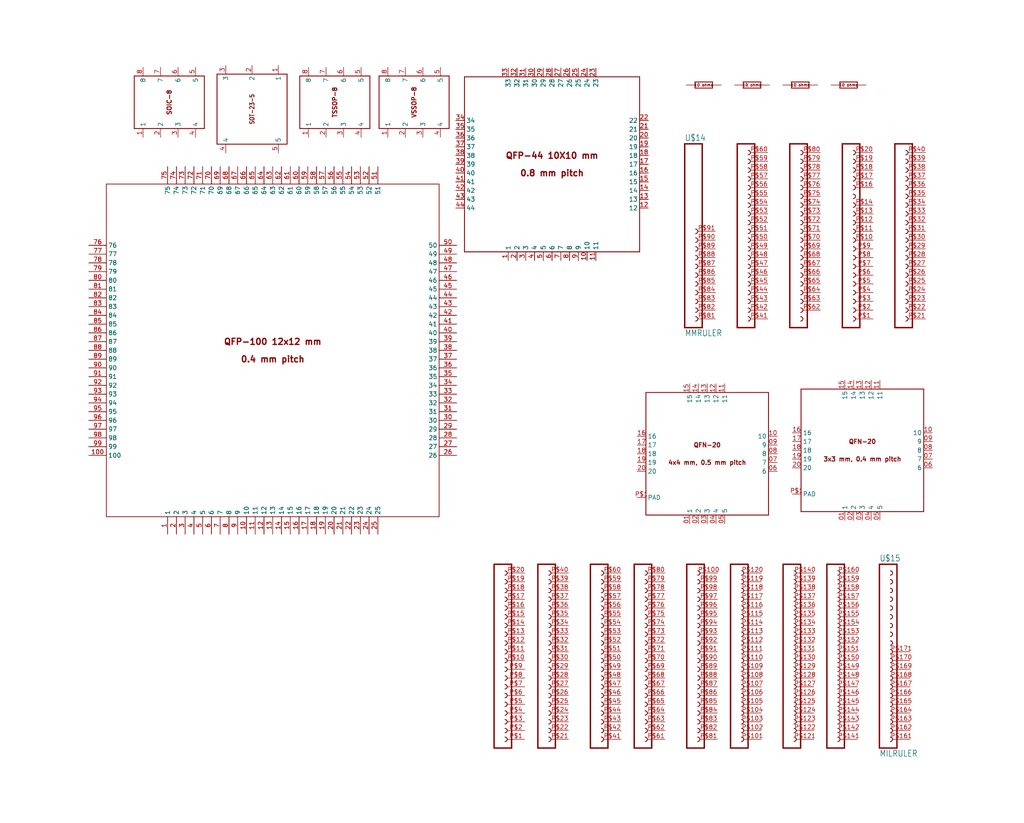
<source format=kicad_sch>
(kicad_sch (version 20211123) (generator eeschema)
  (paper "User" 297.002 238.887)
  (lib_symbols
    (symbol "AMP_Ruler-LT1370_24feb2017-eagle-import:MILRULER"
      (property "Value" "MILRULER" (at 107.95 -27.94 0))
      (symbol "MILRULER_1_0"
        (pin passive line (at 5.08 -22.86 180) (length 5.08) (name "1") (number "P$1"))
        (pin passive line (at 5.08 0 180) (length 5.08) (name "10") (number "P$10"))
        (pin passive line (at 60.96 25.4 180) (length 5.08) (name "100") (number "P$100"))
        (pin passive line (at 73.66 -22.86 180) (length 5.08) (name "101") (number "P$101"))
        (pin passive line (at 73.66 -20.32 180) (length 5.08) (name "102") (number "P$102"))
        (pin passive line (at 73.66 -17.78 180) (length 5.08) (name "103") (number "P$103"))
        (pin passive line (at 73.66 -15.24 180) (length 5.08) (name "104") (number "P$104"))
        (pin passive line (at 73.66 -12.7 180) (length 5.08) (name "105") (number "P$105"))
        (pin passive line (at 73.66 -10.16 180) (length 5.08) (name "106") (number "P$106"))
        (pin passive line (at 73.66 -7.62 180) (length 5.08) (name "107") (number "P$107"))
        (pin passive line (at 73.66 -5.08 180) (length 5.08) (name "108") (number "P$108"))
        (pin passive line (at 73.66 -2.54 180) (length 5.08) (name "109") (number "P$109"))
        (pin passive line (at 5.08 2.54 180) (length 5.08) (name "11") (number "P$11"))
        (pin passive line (at 73.66 0 180) (length 5.08) (name "110") (number "P$110"))
        (pin passive line (at 73.66 2.54 180) (length 5.08) (name "111") (number "P$111"))
        (pin passive line (at 73.66 5.08 180) (length 5.08) (name "112") (number "P$112"))
        (pin passive line (at 73.66 7.62 180) (length 5.08) (name "113") (number "P$113"))
        (pin passive line (at 73.66 10.16 180) (length 5.08) (name "114") (number "P$114"))
        (pin passive line (at 73.66 12.7 180) (length 5.08) (name "115") (number "P$115"))
        (pin passive line (at 73.66 15.24 180) (length 5.08) (name "116") (number "P$116"))
        (pin passive line (at 73.66 17.78 180) (length 5.08) (name "117") (number "P$117"))
        (pin passive line (at 73.66 20.32 180) (length 5.08) (name "118") (number "P$118"))
        (pin passive line (at 73.66 22.86 180) (length 5.08) (name "119") (number "P$119"))
        (pin passive line (at 5.08 5.08 180) (length 5.08) (name "12") (number "P$12"))
        (pin passive line (at 73.66 25.4 180) (length 5.08) (name "120") (number "P$120"))
        (pin passive line (at 88.9 -22.86 180) (length 5.08) (name "121") (number "P$121"))
        (pin passive line (at 88.9 -20.32 180) (length 5.08) (name "122") (number "P$122"))
        (pin passive line (at 88.9 -17.78 180) (length 5.08) (name "123") (number "P$123"))
        (pin passive line (at 88.9 -15.24 180) (length 5.08) (name "124") (number "P$124"))
        (pin passive line (at 88.9 -12.7 180) (length 5.08) (name "125") (number "P$125"))
        (pin passive line (at 88.9 -10.16 180) (length 5.08) (name "126") (number "P$126"))
        (pin passive line (at 88.9 -7.62 180) (length 5.08) (name "127") (number "P$127"))
        (pin passive line (at 88.9 -5.08 180) (length 5.08) (name "128") (number "P$128"))
        (pin passive line (at 88.9 -2.54 180) (length 5.08) (name "129") (number "P$129"))
        (pin passive line (at 5.08 7.62 180) (length 5.08) (name "13") (number "P$13"))
        (pin passive line (at 88.9 0 180) (length 5.08) (name "130") (number "P$130"))
        (pin passive line (at 88.9 2.54 180) (length 5.08) (name "131") (number "P$131"))
        (pin passive line (at 88.9 5.08 180) (length 5.08) (name "132") (number "P$132"))
        (pin passive line (at 88.9 7.62 180) (length 5.08) (name "133") (number "P$133"))
        (pin passive line (at 88.9 10.16 180) (length 5.08) (name "134") (number "P$134"))
        (pin passive line (at 88.9 12.7 180) (length 5.08) (name "135") (number "P$135"))
        (pin passive line (at 88.9 15.24 180) (length 5.08) (name "136") (number "P$136"))
        (pin passive line (at 88.9 17.78 180) (length 5.08) (name "137") (number "P$137"))
        (pin passive line (at 88.9 20.32 180) (length 5.08) (name "138") (number "P$138"))
        (pin passive line (at 88.9 22.86 180) (length 5.08) (name "139") (number "P$139"))
        (pin passive line (at 5.08 10.16 180) (length 5.08) (name "14") (number "P$14"))
        (pin passive line (at 88.9 25.4 180) (length 5.08) (name "140") (number "P$140"))
        (pin passive line (at 101.6 -22.86 180) (length 5.08) (name "141") (number "P$141"))
        (pin passive line (at 101.6 -20.32 180) (length 5.08) (name "142") (number "P$142"))
        (pin passive line (at 101.6 -17.78 180) (length 5.08) (name "143") (number "P$143"))
        (pin passive line (at 101.6 -15.24 180) (length 5.08) (name "144") (number "P$144"))
        (pin passive line (at 101.6 -12.7 180) (length 5.08) (name "145") (number "P$145"))
        (pin passive line (at 101.6 -10.16 180) (length 5.08) (name "146") (number "P$146"))
        (pin passive line (at 101.6 -7.62 180) (length 5.08) (name "147") (number "P$147"))
        (pin passive line (at 101.6 -5.08 180) (length 5.08) (name "148") (number "P$148"))
        (pin passive line (at 101.6 -2.54 180) (length 5.08) (name "149") (number "P$149"))
        (pin passive line (at 5.08 12.7 180) (length 5.08) (name "15") (number "P$15"))
        (pin passive line (at 101.6 0 180) (length 5.08) (name "150") (number "P$150"))
        (pin passive line (at 101.6 2.54 180) (length 5.08) (name "151") (number "P$151"))
        (pin passive line (at 101.6 5.08 180) (length 5.08) (name "152") (number "P$152"))
        (pin passive line (at 101.6 7.62 180) (length 5.08) (name "153") (number "P$153"))
        (pin passive line (at 101.6 10.16 180) (length 5.08) (name "154") (number "P$154"))
        (pin passive line (at 101.6 12.7 180) (length 5.08) (name "155") (number "P$155"))
        (pin passive line (at 101.6 15.24 180) (length 5.08) (name "156") (number "P$156"))
        (pin passive line (at 101.6 17.78 180) (length 5.08) (name "157") (number "P$157"))
        (pin passive line (at 101.6 20.32 180) (length 5.08) (name "158") (number "P$158"))
        (pin passive line (at 101.6 22.86 180) (length 5.08) (name "159") (number "P$159"))
        (pin passive line (at 5.08 15.24 180) (length 5.08) (name "16") (number "P$16"))
        (pin passive line (at 101.6 25.4 180) (length 5.08) (name "160") (number "P$160"))
        (pin passive line (at 116.84 -22.86 180) (length 5.08) (name "161") (number "P$161"))
        (pin passive line (at 116.84 -20.32 180) (length 5.08) (name "162") (number "P$162"))
        (pin passive line (at 116.84 -17.78 180) (length 5.08) (name "163") (number "P$163"))
        (pin passive line (at 116.84 -15.24 180) (length 5.08) (name "164") (number "P$164"))
        (pin passive line (at 116.84 -12.7 180) (length 5.08) (name "165") (number "P$165"))
        (pin passive line (at 116.84 -10.16 180) (length 5.08) (name "166") (number "P$166"))
        (pin passive line (at 116.84 -7.62 180) (length 5.08) (name "167") (number "P$167"))
        (pin passive line (at 116.84 -5.08 180) (length 5.08) (name "168") (number "P$168"))
        (pin passive line (at 116.84 -2.54 180) (length 5.08) (name "169") (number "P$169"))
        (pin passive line (at 5.08 17.78 180) (length 5.08) (name "17") (number "P$17"))
        (pin passive line (at 116.84 0 180) (length 5.08) (name "170") (number "P$170"))
        (pin passive line (at 116.84 2.54 180) (length 5.08) (name "171") (number "P$171"))
        (pin passive line (at 5.08 20.32 180) (length 5.08) (name "18") (number "P$18"))
        (pin passive line (at 5.08 22.86 180) (length 5.08) (name "19") (number "P$19"))
        (pin passive line (at 5.08 -20.32 180) (length 5.08) (name "2") (number "P$2"))
        (pin passive line (at 5.08 25.4 180) (length 5.08) (name "20") (number "P$20"))
        (pin passive line (at 17.78 -22.86 180) (length 5.08) (name "21") (number "P$21"))
        (pin passive line (at 17.78 -20.32 180) (length 5.08) (name "22") (number "P$22"))
        (pin passive line (at 17.78 -17.78 180) (length 5.08) (name "23") (number "P$23"))
        (pin passive line (at 17.78 -15.24 180) (length 5.08) (name "24") (number "P$24"))
        (pin passive line (at 17.78 -12.7 180) (length 5.08) (name "25") (number "P$25"))
        (pin passive line (at 17.78 -10.16 180) (length 5.08) (name "26") (number "P$26"))
        (pin passive line (at 17.78 -7.62 180) (length 5.08) (name "27") (number "P$27"))
        (pin passive line (at 17.78 -5.08 180) (length 5.08) (name "28") (number "P$28"))
        (pin passive line (at 17.78 -2.54 180) (length 5.08) (name "29") (number "P$29"))
        (pin passive line (at 5.08 -17.78 180) (length 5.08) (name "3") (number "P$3"))
        (pin passive line (at 17.78 0 180) (length 5.08) (name "30") (number "P$30"))
        (pin passive line (at 17.78 2.54 180) (length 5.08) (name "31") (number "P$31"))
        (pin passive line (at 17.78 5.08 180) (length 5.08) (name "32") (number "P$32"))
        (pin passive line (at 17.78 7.62 180) (length 5.08) (name "33") (number "P$33"))
        (pin passive line (at 17.78 10.16 180) (length 5.08) (name "34") (number "P$34"))
        (pin passive line (at 17.78 12.7 180) (length 5.08) (name "35") (number "P$35"))
        (pin passive line (at 17.78 15.24 180) (length 5.08) (name "36") (number "P$36"))
        (pin passive line (at 17.78 17.78 180) (length 5.08) (name "37") (number "P$37"))
        (pin passive line (at 17.78 20.32 180) (length 5.08) (name "38") (number "P$38"))
        (pin passive line (at 17.78 22.86 180) (length 5.08) (name "39") (number "P$39"))
        (pin passive line (at 5.08 -15.24 180) (length 5.08) (name "4") (number "P$4"))
        (pin passive line (at 17.78 25.4 180) (length 5.08) (name "40") (number "P$40"))
        (pin passive line (at 33.02 -22.86 180) (length 5.08) (name "41") (number "P$41"))
        (pin passive line (at 33.02 -20.32 180) (length 5.08) (name "42") (number "P$42"))
        (pin passive line (at 33.02 -17.78 180) (length 5.08) (name "43") (number "P$43"))
        (pin passive line (at 33.02 -15.24 180) (length 5.08) (name "44") (number "P$44"))
        (pin passive line (at 33.02 -12.7 180) (length 5.08) (name "45") (number "P$45"))
        (pin passive line (at 33.02 -10.16 180) (length 5.08) (name "46") (number "P$46"))
        (pin passive line (at 33.02 -7.62 180) (length 5.08) (name "47") (number "P$47"))
        (pin passive line (at 33.02 -5.08 180) (length 5.08) (name "48") (number "P$48"))
        (pin passive line (at 33.02 -2.54 180) (length 5.08) (name "49") (number "P$49"))
        (pin passive line (at 5.08 -12.7 180) (length 5.08) (name "5") (number "P$5"))
        (pin passive line (at 33.02 0 180) (length 5.08) (name "50") (number "P$50"))
        (pin passive line (at 33.02 2.54 180) (length 5.08) (name "51") (number "P$51"))
        (pin passive line (at 33.02 5.08 180) (length 5.08) (name "52") (number "P$52"))
        (pin passive line (at 33.02 7.62 180) (length 5.08) (name "53") (number "P$53"))
        (pin passive line (at 33.02 10.16 180) (length 5.08) (name "54") (number "P$54"))
        (pin passive line (at 33.02 12.7 180) (length 5.08) (name "55") (number "P$55"))
        (pin passive line (at 33.02 15.24 180) (length 5.08) (name "56") (number "P$56"))
        (pin passive line (at 33.02 17.78 180) (length 5.08) (name "57") (number "P$57"))
        (pin passive line (at 33.02 20.32 180) (length 5.08) (name "58") (number "P$58"))
        (pin passive line (at 33.02 22.86 180) (length 5.08) (name "59") (number "P$59"))
        (pin passive line (at 5.08 -10.16 180) (length 5.08) (name "6") (number "P$6"))
        (pin passive line (at 33.02 25.4 180) (length 5.08) (name "60") (number "P$60"))
        (pin passive line (at 45.72 -22.86 180) (length 5.08) (name "61") (number "P$61"))
        (pin passive line (at 45.72 -20.32 180) (length 5.08) (name "62") (number "P$62"))
        (pin passive line (at 45.72 -17.78 180) (length 5.08) (name "63") (number "P$63"))
        (pin passive line (at 45.72 -15.24 180) (length 5.08) (name "64") (number "P$64"))
        (pin passive line (at 45.72 -12.7 180) (length 5.08) (name "65") (number "P$65"))
        (pin passive line (at 45.72 -10.16 180) (length 5.08) (name "66") (number "P$66"))
        (pin passive line (at 45.72 -7.62 180) (length 5.08) (name "67") (number "P$67"))
        (pin passive line (at 45.72 -5.08 180) (length 5.08) (name "68") (number "P$68"))
        (pin passive line (at 45.72 -2.54 180) (length 5.08) (name "69") (number "P$69"))
        (pin passive line (at 5.08 -7.62 180) (length 5.08) (name "7") (number "P$7"))
        (pin passive line (at 45.72 0 180) (length 5.08) (name "70") (number "P$70"))
        (pin passive line (at 45.72 2.54 180) (length 5.08) (name "71") (number "P$71"))
        (pin passive line (at 45.72 5.08 180) (length 5.08) (name "72") (number "P$72"))
        (pin passive line (at 45.72 7.62 180) (length 5.08) (name "73") (number "P$73"))
        (pin passive line (at 45.72 10.16 180) (length 5.08) (name "74") (number "P$74"))
        (pin passive line (at 45.72 12.7 180) (length 5.08) (name "75") (number "P$75"))
        (pin passive line (at 45.72 15.24 180) (length 5.08) (name "76") (number "P$76"))
        (pin passive line (at 45.72 17.78 180) (length 5.08) (name "77") (number "P$77"))
        (pin passive line (at 45.72 20.32 180) (length 5.08) (name "78") (number "P$78"))
        (pin passive line (at 45.72 22.86 180) (length 5.08) (name "79") (number "P$79"))
        (pin passive line (at 5.08 -5.08 180) (length 5.08) (name "8") (number "P$8"))
        (pin passive line (at 45.72 25.4 180) (length 5.08) (name "80") (number "P$80"))
        (pin passive line (at 60.96 -22.86 180) (length 5.08) (name "81") (number "P$81"))
        (pin passive line (at 60.96 -20.32 180) (length 5.08) (name "82") (number "P$82"))
        (pin passive line (at 60.96 -17.78 180) (length 5.08) (name "83") (number "P$83"))
        (pin passive line (at 60.96 -15.24 180) (length 5.08) (name "84") (number "P$84"))
        (pin passive line (at 60.96 -12.7 180) (length 5.08) (name "85") (number "P$85"))
        (pin passive line (at 60.96 -10.16 180) (length 5.08) (name "86") (number "P$86"))
        (pin passive line (at 60.96 -7.62 180) (length 5.08) (name "87") (number "P$87"))
        (pin passive line (at 60.96 -5.08 180) (length 5.08) (name "88") (number "P$88"))
        (pin passive line (at 60.96 -2.54 180) (length 5.08) (name "89") (number "P$89"))
        (pin passive line (at 5.08 -2.54 180) (length 5.08) (name "9") (number "P$9"))
        (pin passive line (at 60.96 0 180) (length 5.08) (name "90") (number "P$90"))
        (pin passive line (at 60.96 2.54 180) (length 5.08) (name "91") (number "P$91"))
        (pin passive line (at 60.96 5.08 180) (length 5.08) (name "92") (number "P$92"))
        (pin passive line (at 60.96 7.62 180) (length 5.08) (name "93") (number "P$93"))
        (pin passive line (at 60.96 10.16 180) (length 5.08) (name "94") (number "P$94"))
        (pin passive line (at 60.96 12.7 180) (length 5.08) (name "95") (number "P$95"))
        (pin passive line (at 60.96 15.24 180) (length 5.08) (name "96") (number "P$96"))
        (pin passive line (at 60.96 17.78 180) (length 5.08) (name "97") (number "P$97"))
        (pin passive line (at 60.96 20.32 180) (length 5.08) (name "98") (number "P$98"))
        (pin passive line (at 60.96 22.86 180) (length 5.08) (name "99") (number "P$99"))
      )
    )
    (symbol "AMP_Ruler-LT1370_24feb2017-eagle-import:MMRULER"
      (property "Value" "MMRULER" (at -49.53 -27.94 0))
      (symbol "MMRULER_1_0"
        (pin passive line (at 5.08 -22.86 180) (length 5.08) (name "1") (number "P$1"))
        (pin passive line (at 5.08 0 180) (length 5.08) (name "10") (number "P$10"))
        (pin passive line (at 5.08 2.54 180) (length 5.08) (name "11") (number "P$11"))
        (pin passive line (at 5.08 5.08 180) (length 5.08) (name "12") (number "P$12"))
        (pin passive line (at 5.08 7.62 180) (length 5.08) (name "13") (number "P$13"))
        (pin passive line (at 5.08 10.16 180) (length 5.08) (name "14") (number "P$14"))
        (pin passive line (at 5.08 15.24 180) (length 5.08) (name "16") (number "P$16"))
        (pin passive line (at 5.08 17.78 180) (length 5.08) (name "17") (number "P$17"))
        (pin passive line (at 5.08 20.32 180) (length 5.08) (name "18") (number "P$18"))
        (pin passive line (at 5.08 22.86 180) (length 5.08) (name "19") (number "P$19"))
        (pin passive line (at 5.08 -20.32 180) (length 5.08) (name "2") (number "P$2"))
        (pin passive line (at 5.08 25.4 180) (length 5.08) (name "20") (number "P$20"))
        (pin passive line (at 20.32 -22.86 180) (length 5.08) (name "21") (number "P$21"))
        (pin passive line (at 20.32 -20.32 180) (length 5.08) (name "22") (number "P$22"))
        (pin passive line (at 20.32 -17.78 180) (length 5.08) (name "23") (number "P$23"))
        (pin passive line (at 20.32 -15.24 180) (length 5.08) (name "24") (number "P$24"))
        (pin passive line (at 20.32 -12.7 180) (length 5.08) (name "25") (number "P$25"))
        (pin passive line (at 20.32 -10.16 180) (length 5.08) (name "26") (number "P$26"))
        (pin passive line (at 20.32 -7.62 180) (length 5.08) (name "27") (number "P$27"))
        (pin passive line (at 20.32 -5.08 180) (length 5.08) (name "28") (number "P$28"))
        (pin passive line (at 20.32 -2.54 180) (length 5.08) (name "29") (number "P$29"))
        (pin passive line (at 5.08 -17.78 180) (length 5.08) (name "3") (number "P$3"))
        (pin passive line (at 20.32 0 180) (length 5.08) (name "30") (number "P$30"))
        (pin passive line (at 20.32 2.54 180) (length 5.08) (name "31") (number "P$31"))
        (pin passive line (at 20.32 5.08 180) (length 5.08) (name "32") (number "P$32"))
        (pin passive line (at 20.32 7.62 180) (length 5.08) (name "33") (number "P$33"))
        (pin passive line (at 20.32 10.16 180) (length 5.08) (name "34") (number "P$34"))
        (pin passive line (at 20.32 12.7 180) (length 5.08) (name "35") (number "P$35"))
        (pin passive line (at 20.32 15.24 180) (length 5.08) (name "36") (number "P$36"))
        (pin passive line (at 20.32 17.78 180) (length 5.08) (name "37") (number "P$37"))
        (pin passive line (at 20.32 20.32 180) (length 5.08) (name "38") (number "P$38"))
        (pin passive line (at 20.32 22.86 180) (length 5.08) (name "39") (number "P$39"))
        (pin passive line (at 5.08 -15.24 180) (length 5.08) (name "4") (number "P$4"))
        (pin passive line (at 20.32 25.4 180) (length 5.08) (name "40") (number "P$40"))
        (pin passive line (at -25.4 -22.86 180) (length 5.08) (name "41") (number "P$41"))
        (pin passive line (at -25.4 -20.32 180) (length 5.08) (name "42") (number "P$42"))
        (pin passive line (at -25.4 -17.78 180) (length 5.08) (name "43") (number "P$43"))
        (pin passive line (at -25.4 -15.24 180) (length 5.08) (name "44") (number "P$44"))
        (pin passive line (at -25.4 -12.7 180) (length 5.08) (name "45") (number "P$45"))
        (pin passive line (at -25.4 -10.16 180) (length 5.08) (name "46") (number "P$46"))
        (pin passive line (at -25.4 -7.62 180) (length 5.08) (name "47") (number "P$47"))
        (pin passive line (at -25.4 -5.08 180) (length 5.08) (name "48") (number "P$48"))
        (pin passive line (at -25.4 -2.54 180) (length 5.08) (name "49") (number "P$49"))
        (pin passive line (at 5.08 -12.7 180) (length 5.08) (name "5") (number "P$5"))
        (pin passive line (at -25.4 0 180) (length 5.08) (name "50") (number "P$50"))
        (pin passive line (at -25.4 2.54 180) (length 5.08) (name "51") (number "P$51"))
        (pin passive line (at -25.4 5.08 180) (length 5.08) (name "52") (number "P$52"))
        (pin passive line (at -25.4 7.62 180) (length 5.08) (name "53") (number "P$53"))
        (pin passive line (at -25.4 10.16 180) (length 5.08) (name "54") (number "P$54"))
        (pin passive line (at -25.4 12.7 180) (length 5.08) (name "55") (number "P$55"))
        (pin passive line (at -25.4 15.24 180) (length 5.08) (name "56") (number "P$56"))
        (pin passive line (at -25.4 17.78 180) (length 5.08) (name "57") (number "P$57"))
        (pin passive line (at -25.4 20.32 180) (length 5.08) (name "58") (number "P$58"))
        (pin passive line (at -25.4 22.86 180) (length 5.08) (name "59") (number "P$59"))
        (pin passive line (at 5.08 -10.16 180) (length 5.08) (name "6") (number "P$6"))
        (pin passive line (at -25.4 25.4 180) (length 5.08) (name "60") (number "P$60"))
        (pin passive line (at -10.16 -20.32 180) (length 5.08) (name "62") (number "P$62"))
        (pin passive line (at -10.16 -17.78 180) (length 5.08) (name "63") (number "P$63"))
        (pin passive line (at -10.16 -15.24 180) (length 5.08) (name "64") (number "P$64"))
        (pin passive line (at -10.16 -12.7 180) (length 5.08) (name "65") (number "P$65"))
        (pin passive line (at -10.16 -10.16 180) (length 5.08) (name "66") (number "P$66"))
        (pin passive line (at -10.16 -7.62 180) (length 5.08) (name "67") (number "P$67"))
        (pin passive line (at -10.16 -5.08 180) (length 5.08) (name "68") (number "P$68"))
        (pin passive line (at -10.16 -2.54 180) (length 5.08) (name "69") (number "P$69"))
        (pin passive line (at 5.08 -7.62 180) (length 5.08) (name "7") (number "P$7"))
        (pin passive line (at -10.16 0 180) (length 5.08) (name "70") (number "P$70"))
        (pin passive line (at -10.16 2.54 180) (length 5.08) (name "71") (number "P$71"))
        (pin passive line (at -10.16 5.08 180) (length 5.08) (name "72") (number "P$72"))
        (pin passive line (at -10.16 7.62 180) (length 5.08) (name "73") (number "P$73"))
        (pin passive line (at -10.16 10.16 180) (length 5.08) (name "74") (number "P$74"))
        (pin passive line (at -10.16 12.7 180) (length 5.08) (name "75") (number "P$75"))
        (pin passive line (at -10.16 15.24 180) (length 5.08) (name "76") (number "P$76"))
        (pin passive line (at -10.16 17.78 180) (length 5.08) (name "77") (number "P$77"))
        (pin passive line (at -10.16 20.32 180) (length 5.08) (name "78") (number "P$78"))
        (pin passive line (at -10.16 22.86 180) (length 5.08) (name "79") (number "P$79"))
        (pin passive line (at 5.08 -5.08 180) (length 5.08) (name "8") (number "P$8"))
        (pin passive line (at -10.16 25.4 180) (length 5.08) (name "80") (number "P$80"))
        (pin passive line (at -40.64 -22.86 180) (length 5.08) (name "81") (number "P$81"))
        (pin passive line (at -40.64 -20.32 180) (length 5.08) (name "82") (number "P$82"))
        (pin passive line (at -40.64 -17.78 180) (length 5.08) (name "83") (number "P$83"))
        (pin passive line (at -40.64 -15.24 180) (length 5.08) (name "84") (number "P$84"))
        (pin passive line (at -40.64 -12.7 180) (length 5.08) (name "85") (number "P$85"))
        (pin passive line (at -40.64 -10.16 180) (length 5.08) (name "86") (number "P$86"))
        (pin passive line (at -40.64 -7.62 180) (length 5.08) (name "87") (number "P$87"))
        (pin passive line (at -40.64 -5.08 180) (length 5.08) (name "88") (number "P$88"))
        (pin passive line (at -40.64 -2.54 180) (length 5.08) (name "89") (number "P$89"))
        (pin passive line (at 5.08 -2.54 180) (length 5.08) (name "9") (number "P$9"))
        (pin passive line (at -40.64 0 180) (length 5.08) (name "90") (number "P$90"))
        (pin passive line (at -40.64 2.54 180) (length 5.08) (name "91") (number "P$91"))
      )
    )
    (symbol "AMP_Ruler-LT1370_24feb2017-eagle-import:QFN-20-3X3"
      (symbol "QFN-20-3X3_1_0"
        (text "3x3 mm, 0.4 mm pitch" (at 0 -2.54 0) (effects (font (size 1.27 1.27) (thickness 0.254) bold)))
        (text "QFN-20" (at 0 2.54 0) (effects (font (size 1.27 1.27) (thickness 0.254) bold)))
        (pin bidirectional line (at -5.08 -20.32 90) (length 2.54) (name "1") (number "01"))
        (pin bidirectional line (at -2.54 -20.32 90) (length 2.54) (name "2") (number "02"))
        (pin bidirectional line (at 0 -20.32 90) (length 2.54) (name "3") (number "03"))
        (pin bidirectional line (at 2.54 -20.32 90) (length 2.54) (name "4") (number "04"))
        (pin bidirectional line (at 5.08 -20.32 90) (length 2.54) (name "5") (number "05"))
        (pin bidirectional line (at 20.32 -5.08 180) (length 2.54) (name "6") (number "06"))
        (pin bidirectional line (at 20.32 -2.54 180) (length 2.54) (name "7") (number "07"))
        (pin bidirectional line (at 20.32 0 180) (length 2.54) (name "8") (number "08"))
        (pin bidirectional line (at 20.32 2.54 180) (length 2.54) (name "9") (number "09"))
        (pin bidirectional line (at 20.32 5.08 180) (length 2.54) (name "10") (number "10"))
        (pin bidirectional line (at 5.08 20.32 270) (length 2.54) (name "11") (number "11"))
        (pin bidirectional line (at 2.54 20.32 270) (length 2.54) (name "12") (number "12"))
        (pin bidirectional line (at 0 20.32 270) (length 2.54) (name "13") (number "13"))
        (pin bidirectional line (at -2.54 20.32 270) (length 2.54) (name "14") (number "14"))
        (pin bidirectional line (at -5.08 20.32 270) (length 2.54) (name "15") (number "15"))
        (pin bidirectional line (at -20.32 5.08 0) (length 2.54) (name "16") (number "16"))
        (pin bidirectional line (at -20.32 2.54 0) (length 2.54) (name "17") (number "17"))
        (pin input line (at -20.32 0 0) (length 2.54) (name "18") (number "18"))
        (pin input line (at -20.32 -2.54 0) (length 2.54) (name "19") (number "19"))
        (pin input line (at -20.32 -5.08 0) (length 2.54) (name "20") (number "20"))
        (pin bidirectional line (at -20.32 -12.7 0) (length 2.54) (name "PAD") (number "P$1"))
      )
    )
    (symbol "AMP_Ruler-LT1370_24feb2017-eagle-import:QFN-20-4X4"
      (symbol "QFN-20-4X4_1_0"
        (text "4x4 mm, 0.5 mm pitch" (at 0 -2.54 0) (effects (font (size 1.27 1.27) (thickness 0.254) bold)))
        (text "QFN-20" (at 0 2.54 0) (effects (font (size 1.27 1.27) (thickness 0.254) bold)))
        (pin bidirectional line (at -5.08 -20.32 90) (length 2.54) (name "1") (number "01"))
        (pin bidirectional line (at -2.54 -20.32 90) (length 2.54) (name "2") (number "02"))
        (pin bidirectional line (at 0 -20.32 90) (length 2.54) (name "3") (number "03"))
        (pin bidirectional line (at 2.54 -20.32 90) (length 2.54) (name "4") (number "04"))
        (pin bidirectional line (at 5.08 -20.32 90) (length 2.54) (name "5") (number "05"))
        (pin bidirectional line (at 20.32 -5.08 180) (length 2.54) (name "6") (number "06"))
        (pin bidirectional line (at 20.32 -2.54 180) (length 2.54) (name "7") (number "07"))
        (pin bidirectional line (at 20.32 0 180) (length 2.54) (name "8") (number "08"))
        (pin bidirectional line (at 20.32 2.54 180) (length 2.54) (name "9") (number "09"))
        (pin bidirectional line (at 20.32 5.08 180) (length 2.54) (name "10") (number "10"))
        (pin bidirectional line (at 5.08 20.32 270) (length 2.54) (name "11") (number "11"))
        (pin bidirectional line (at 2.54 20.32 270) (length 2.54) (name "12") (number "12"))
        (pin bidirectional line (at 0 20.32 270) (length 2.54) (name "13") (number "13"))
        (pin bidirectional line (at -2.54 20.32 270) (length 2.54) (name "14") (number "14"))
        (pin bidirectional line (at -5.08 20.32 270) (length 2.54) (name "15") (number "15"))
        (pin bidirectional line (at -20.32 5.08 0) (length 2.54) (name "16") (number "16"))
        (pin bidirectional line (at -20.32 2.54 0) (length 2.54) (name "17") (number "17"))
        (pin input line (at -20.32 0 0) (length 2.54) (name "18") (number "18"))
        (pin input line (at -20.32 -2.54 0) (length 2.54) (name "19") (number "19"))
        (pin input line (at -20.32 -5.08 0) (length 2.54) (name "20") (number "20"))
        (pin bidirectional line (at -20.32 -12.7 0) (length 2.54) (name "PAD") (number "P$1"))
      )
    )
    (symbol "AMP_Ruler-LT1370_24feb2017-eagle-import:QFP-100-12X12"
      (symbol "QFP-100-12X12_1_0"
        (text "0.4 mm pitch" (at 0 -2.54 0) (effects (font (size 1.778 1.778) (thickness 0.3556) bold)))
        (text "QFP-100 12x12 mm" (at 0 2.54 0) (effects (font (size 1.778 1.778) (thickness 0.3556) bold)))
        (pin bidirectional line (at -30.48 -53.34 90) (length 5.08) (name "1") (number "1"))
        (pin bidirectional line (at -7.62 -53.34 90) (length 5.08) (name "10") (number "10"))
        (pin bidirectional line (at -53.34 -30.48 0) (length 5.08) (name "100") (number "100"))
        (pin bidirectional line (at -5.08 -53.34 90) (length 5.08) (name "11") (number "11"))
        (pin bidirectional line (at -2.54 -53.34 90) (length 5.08) (name "12") (number "12"))
        (pin bidirectional line (at 0 -53.34 90) (length 5.08) (name "13") (number "13"))
        (pin bidirectional line (at 2.54 -53.34 90) (length 5.08) (name "14") (number "14"))
        (pin bidirectional line (at 5.08 -53.34 90) (length 5.08) (name "15") (number "15"))
        (pin bidirectional line (at 7.62 -53.34 90) (length 5.08) (name "16") (number "16"))
        (pin bidirectional line (at 10.16 -53.34 90) (length 5.08) (name "17") (number "17"))
        (pin bidirectional line (at 12.7 -53.34 90) (length 5.08) (name "18") (number "18"))
        (pin bidirectional line (at 15.24 -53.34 90) (length 5.08) (name "19") (number "19"))
        (pin bidirectional line (at -27.94 -53.34 90) (length 5.08) (name "2") (number "2"))
        (pin bidirectional line (at 17.78 -53.34 90) (length 5.08) (name "20") (number "20"))
        (pin bidirectional line (at 20.32 -53.34 90) (length 5.08) (name "21") (number "21"))
        (pin bidirectional line (at 22.86 -53.34 90) (length 5.08) (name "22") (number "22"))
        (pin bidirectional line (at 25.4 -53.34 90) (length 5.08) (name "23") (number "23"))
        (pin bidirectional line (at 27.94 -53.34 90) (length 5.08) (name "24") (number "24"))
        (pin bidirectional line (at 30.48 -53.34 90) (length 5.08) (name "25") (number "25"))
        (pin bidirectional line (at 53.34 -30.48 180) (length 5.08) (name "26") (number "26"))
        (pin bidirectional line (at 53.34 -27.94 180) (length 5.08) (name "27") (number "27"))
        (pin bidirectional line (at 53.34 -25.4 180) (length 5.08) (name "28") (number "28"))
        (pin bidirectional line (at 53.34 -22.86 180) (length 5.08) (name "29") (number "29"))
        (pin bidirectional line (at -25.4 -53.34 90) (length 5.08) (name "3") (number "3"))
        (pin bidirectional line (at 53.34 -20.32 180) (length 5.08) (name "30") (number "30"))
        (pin bidirectional line (at 53.34 -17.78 180) (length 5.08) (name "31") (number "31"))
        (pin bidirectional line (at 53.34 -15.24 180) (length 5.08) (name "32") (number "32"))
        (pin bidirectional line (at 53.34 -12.7 180) (length 5.08) (name "33") (number "33"))
        (pin bidirectional line (at 53.34 -10.16 180) (length 5.08) (name "34") (number "34"))
        (pin bidirectional line (at 53.34 -7.62 180) (length 5.08) (name "35") (number "35"))
        (pin bidirectional line (at 53.34 -5.08 180) (length 5.08) (name "36") (number "36"))
        (pin bidirectional line (at 53.34 -2.54 180) (length 5.08) (name "37") (number "37"))
        (pin bidirectional line (at 53.34 0 180) (length 5.08) (name "38") (number "38"))
        (pin bidirectional line (at 53.34 2.54 180) (length 5.08) (name "39") (number "39"))
        (pin bidirectional line (at -22.86 -53.34 90) (length 5.08) (name "4") (number "4"))
        (pin bidirectional line (at 53.34 5.08 180) (length 5.08) (name "40") (number "40"))
        (pin bidirectional line (at 53.34 7.62 180) (length 5.08) (name "41") (number "41"))
        (pin bidirectional line (at 53.34 10.16 180) (length 5.08) (name "42") (number "42"))
        (pin bidirectional line (at 53.34 12.7 180) (length 5.08) (name "43") (number "43"))
        (pin bidirectional line (at 53.34 15.24 180) (length 5.08) (name "44") (number "44"))
        (pin bidirectional line (at 53.34 17.78 180) (length 5.08) (name "45") (number "45"))
        (pin bidirectional line (at 53.34 20.32 180) (length 5.08) (name "46") (number "46"))
        (pin bidirectional line (at 53.34 22.86 180) (length 5.08) (name "47") (number "47"))
        (pin bidirectional line (at 53.34 25.4 180) (length 5.08) (name "48") (number "48"))
        (pin bidirectional line (at 53.34 27.94 180) (length 5.08) (name "49") (number "49"))
        (pin bidirectional line (at -20.32 -53.34 90) (length 5.08) (name "5") (number "5"))
        (pin bidirectional line (at 53.34 30.48 180) (length 5.08) (name "50") (number "50"))
        (pin bidirectional line (at 30.48 53.34 270) (length 5.08) (name "51") (number "51"))
        (pin bidirectional line (at 27.94 53.34 270) (length 5.08) (name "52") (number "52"))
        (pin bidirectional line (at 25.4 53.34 270) (length 5.08) (name "53") (number "53"))
        (pin bidirectional line (at 22.86 53.34 270) (length 5.08) (name "54") (number "54"))
        (pin bidirectional line (at 20.32 53.34 270) (length 5.08) (name "55") (number "55"))
        (pin bidirectional line (at 17.78 53.34 270) (length 5.08) (name "56") (number "56"))
        (pin bidirectional line (at 15.24 53.34 270) (length 5.08) (name "57") (number "57"))
        (pin bidirectional line (at 12.7 53.34 270) (length 5.08) (name "58") (number "58"))
        (pin bidirectional line (at 10.16 53.34 270) (length 5.08) (name "59") (number "59"))
        (pin bidirectional line (at -17.78 -53.34 90) (length 5.08) (name "6") (number "6"))
        (pin bidirectional line (at 7.62 53.34 270) (length 5.08) (name "60") (number "60"))
        (pin bidirectional line (at 5.08 53.34 270) (length 5.08) (name "61") (number "61"))
        (pin bidirectional line (at 2.54 53.34 270) (length 5.08) (name "62") (number "62"))
        (pin bidirectional line (at 0 53.34 270) (length 5.08) (name "63") (number "63"))
        (pin bidirectional line (at -2.54 53.34 270) (length 5.08) (name "64") (number "64"))
        (pin bidirectional line (at -5.08 53.34 270) (length 5.08) (name "65") (number "65"))
        (pin bidirectional line (at -7.62 53.34 270) (length 5.08) (name "66") (number "66"))
        (pin bidirectional line (at -10.16 53.34 270) (length 5.08) (name "67") (number "67"))
        (pin bidirectional line (at -12.7 53.34 270) (length 5.08) (name "68") (number "68"))
        (pin bidirectional line (at -15.24 53.34 270) (length 5.08) (name "69") (number "69"))
        (pin bidirectional line (at -15.24 -53.34 90) (length 5.08) (name "7") (number "7"))
        (pin bidirectional line (at -17.78 53.34 270) (length 5.08) (name "70") (number "70"))
        (pin bidirectional line (at -20.32 53.34 270) (length 5.08) (name "71") (number "71"))
        (pin bidirectional line (at -22.86 53.34 270) (length 5.08) (name "72") (number "72"))
        (pin bidirectional line (at -25.4 53.34 270) (length 5.08) (name "73") (number "73"))
        (pin bidirectional line (at -27.94 53.34 270) (length 5.08) (name "74") (number "74"))
        (pin bidirectional line (at -30.48 53.34 270) (length 5.08) (name "75") (number "75"))
        (pin bidirectional line (at -53.34 30.48 0) (length 5.08) (name "76") (number "76"))
        (pin bidirectional line (at -53.34 27.94 0) (length 5.08) (name "77") (number "77"))
        (pin bidirectional line (at -53.34 25.4 0) (length 5.08) (name "78") (number "78"))
        (pin bidirectional line (at -53.34 22.86 0) (length 5.08) (name "79") (number "79"))
        (pin bidirectional line (at -12.7 -53.34 90) (length 5.08) (name "8") (number "8"))
        (pin bidirectional line (at -53.34 20.32 0) (length 5.08) (name "80") (number "80"))
        (pin bidirectional line (at -53.34 17.78 0) (length 5.08) (name "81") (number "81"))
        (pin bidirectional line (at -53.34 15.24 0) (length 5.08) (name "82") (number "82"))
        (pin bidirectional line (at -53.34 12.7 0) (length 5.08) (name "83") (number "83"))
        (pin bidirectional line (at -53.34 10.16 0) (length 5.08) (name "84") (number "84"))
        (pin bidirectional line (at -53.34 7.62 0) (length 5.08) (name "85") (number "85"))
        (pin bidirectional line (at -53.34 5.08 0) (length 5.08) (name "86") (number "86"))
        (pin bidirectional line (at -53.34 2.54 0) (length 5.08) (name "87") (number "87"))
        (pin bidirectional line (at -53.34 0 0) (length 5.08) (name "88") (number "88"))
        (pin bidirectional line (at -53.34 -2.54 0) (length 5.08) (name "89") (number "89"))
        (pin bidirectional line (at -10.16 -53.34 90) (length 5.08) (name "9") (number "9"))
        (pin bidirectional line (at -53.34 -5.08 0) (length 5.08) (name "90") (number "90"))
        (pin bidirectional line (at -53.34 -7.62 0) (length 5.08) (name "91") (number "91"))
        (pin bidirectional line (at -53.34 -10.16 0) (length 5.08) (name "92") (number "92"))
        (pin bidirectional line (at -53.34 -12.7 0) (length 5.08) (name "93") (number "93"))
        (pin bidirectional line (at -53.34 -15.24 0) (length 5.08) (name "94") (number "94"))
        (pin bidirectional line (at -53.34 -17.78 0) (length 5.08) (name "95") (number "95"))
        (pin bidirectional line (at -53.34 -20.32 0) (length 5.08) (name "96") (number "96"))
        (pin bidirectional line (at -53.34 -22.86 0) (length 5.08) (name "97") (number "97"))
        (pin bidirectional line (at -53.34 -25.4 0) (length 5.08) (name "98") (number "98"))
        (pin bidirectional line (at -53.34 -27.94 0) (length 5.08) (name "99") (number "99"))
      )
    )
    (symbol "AMP_Ruler-LT1370_24feb2017-eagle-import:QFP-44-10X10"
      (symbol "QFP-44-10X10_1_0"
        (text "0.8 mm pitch" (at 0 -2.54 0) (effects (font (size 1.778 1.778) (thickness 0.3556) bold)))
        (text "QFP-44 10X10 mm" (at 0 2.54 0) (effects (font (size 1.778 1.778) (thickness 0.3556) bold)))
        (pin bidirectional line (at -12.7 -27.94 90) (length 2.54) (name "1") (number "1"))
        (pin bidirectional line (at 10.16 -27.94 90) (length 2.54) (name "10") (number "10"))
        (pin bidirectional line (at 12.7 -27.94 90) (length 2.54) (name "11") (number "11"))
        (pin bidirectional line (at 27.94 -12.7 180) (length 2.54) (name "12") (number "12"))
        (pin bidirectional line (at 27.94 -10.16 180) (length 2.54) (name "13") (number "13"))
        (pin bidirectional line (at 27.94 -7.62 180) (length 2.54) (name "14") (number "14"))
        (pin bidirectional line (at 27.94 -5.08 180) (length 2.54) (name "15") (number "15"))
        (pin bidirectional line (at 27.94 -2.54 180) (length 2.54) (name "16") (number "16"))
        (pin bidirectional line (at 27.94 0 180) (length 2.54) (name "17") (number "17"))
        (pin bidirectional line (at 27.94 2.54 180) (length 2.54) (name "18") (number "18"))
        (pin bidirectional line (at 27.94 5.08 180) (length 2.54) (name "19") (number "19"))
        (pin bidirectional line (at -10.16 -27.94 90) (length 2.54) (name "2") (number "2"))
        (pin bidirectional line (at 27.94 7.62 180) (length 2.54) (name "20") (number "20"))
        (pin bidirectional line (at 27.94 10.16 180) (length 2.54) (name "21") (number "21"))
        (pin bidirectional line (at 27.94 12.7 180) (length 2.54) (name "22") (number "22"))
        (pin bidirectional line (at 12.7 27.94 270) (length 2.54) (name "23") (number "23"))
        (pin bidirectional line (at 10.16 27.94 270) (length 2.54) (name "24") (number "24"))
        (pin bidirectional line (at 7.62 27.94 270) (length 2.54) (name "25") (number "25"))
        (pin bidirectional line (at 5.08 27.94 270) (length 2.54) (name "26") (number "26"))
        (pin bidirectional line (at 2.54 27.94 270) (length 2.54) (name "27") (number "27"))
        (pin bidirectional line (at 0 27.94 270) (length 2.54) (name "28") (number "28"))
        (pin bidirectional line (at -2.54 27.94 270) (length 2.54) (name "29") (number "29"))
        (pin bidirectional line (at -7.62 -27.94 90) (length 2.54) (name "3") (number "3"))
        (pin bidirectional line (at -5.08 27.94 270) (length 2.54) (name "30") (number "30"))
        (pin bidirectional line (at -7.62 27.94 270) (length 2.54) (name "31") (number "31"))
        (pin bidirectional line (at -10.16 27.94 270) (length 2.54) (name "32") (number "32"))
        (pin bidirectional line (at -12.7 27.94 270) (length 2.54) (name "33") (number "33"))
        (pin bidirectional line (at -27.94 12.7 0) (length 2.54) (name "34") (number "34"))
        (pin bidirectional line (at -27.94 10.16 0) (length 2.54) (name "35") (number "35"))
        (pin bidirectional line (at -27.94 7.62 0) (length 2.54) (name "36") (number "36"))
        (pin bidirectional line (at -27.94 5.08 0) (length 2.54) (name "37") (number "37"))
        (pin bidirectional line (at -27.94 2.54 0) (length 2.54) (name "38") (number "38"))
        (pin bidirectional line (at -27.94 0 0) (length 2.54) (name "39") (number "39"))
        (pin bidirectional line (at -5.08 -27.94 90) (length 2.54) (name "4") (number "4"))
        (pin bidirectional line (at -27.94 -2.54 0) (length 2.54) (name "40") (number "40"))
        (pin bidirectional line (at -27.94 -5.08 0) (length 2.54) (name "41") (number "41"))
        (pin bidirectional line (at -27.94 -7.62 0) (length 2.54) (name "42") (number "42"))
        (pin bidirectional line (at -27.94 -10.16 0) (length 2.54) (name "43") (number "43"))
        (pin bidirectional line (at -27.94 -12.7 0) (length 2.54) (name "44") (number "44"))
        (pin bidirectional line (at -2.54 -27.94 90) (length 2.54) (name "5") (number "5"))
        (pin bidirectional line (at 0 -27.94 90) (length 2.54) (name "6") (number "6"))
        (pin bidirectional line (at 2.54 -27.94 90) (length 2.54) (name "7") (number "7"))
        (pin bidirectional line (at 5.08 -27.94 90) (length 2.54) (name "8") (number "8"))
        (pin bidirectional line (at 7.62 -27.94 90) (length 2.54) (name "9") (number "9"))
      )
    )
    (symbol "AMP_Ruler-LT1370_24feb2017-eagle-import:R-0402"
      (symbol "R-0402_1_0"
        (text "10 ohms" (at 0 0 0) (effects (font (size 0.8128 0.8128) (thickness 0.1626) bold)))
        (pin passive line (at -5.08 0 0) (length 2.54) (name "1") (number "1"))
        (pin passive line (at 5.08 0 180) (length 2.54) (name "2") (number "2"))
      )
    )
    (symbol "AMP_Ruler-LT1370_24feb2017-eagle-import:R-0603"
      (symbol "R-0603_1_0"
        (text "10 ohms" (at 0 0 0) (effects (font (size 0.8128 0.8128) (thickness 0.1626) bold)))
        (pin passive line (at -5.08 0 0) (length 2.54) (name "1") (number "1"))
        (pin passive line (at 5.08 0 180) (length 2.54) (name "2") (number "2"))
      )
    )
    (symbol "AMP_Ruler-LT1370_24feb2017-eagle-import:R-0805"
      (symbol "R-0805_1_0"
        (text "10 ohms" (at 0 0 0) (effects (font (size 0.8128 0.8128) (thickness 0.1626) bold)))
        (pin passive line (at -5.08 0 0) (length 2.54) (name "1") (number "1"))
        (pin passive line (at 5.08 0 180) (length 2.54) (name "2") (number "2"))
      )
    )
    (symbol "AMP_Ruler-LT1370_24feb2017-eagle-import:R-1206"
      (symbol "R-1206_1_0"
        (text "10 ohms" (at 0 0 0) (effects (font (size 0.8128 0.8128) (thickness 0.1626) bold)))
        (pin passive line (at -5.08 0 0) (length 2.54) (name "1") (number "1"))
        (pin passive line (at 5.08 0 180) (length 2.54) (name "2") (number "2"))
      )
    )
    (symbol "AMP_Ruler-LT1370_24feb2017-eagle-import:SOIC-8"
      (symbol "SOIC-8_1_0"
        (text "SOIC-8" (at 0 0 0) (effects (font (size 1.27 1.27) (thickness 0.254) bold)))
        (pin bidirectional line (at -10.16 7.62 0) (length 2.54) (name "1") (number "1"))
        (pin input line (at -10.16 2.54 0) (length 2.54) (name "2") (number "2"))
        (pin bidirectional line (at -10.16 -2.54 0) (length 2.54) (name "3") (number "3"))
        (pin bidirectional line (at -10.16 -7.62 0) (length 2.54) (name "4") (number "4"))
        (pin bidirectional line (at 10.16 -7.62 180) (length 2.54) (name "5") (number "5"))
        (pin bidirectional line (at 10.16 -2.54 180) (length 2.54) (name "6") (number "6"))
        (pin bidirectional line (at 10.16 2.54 180) (length 2.54) (name "7") (number "7"))
        (pin bidirectional line (at 10.16 7.62 180) (length 2.54) (name "8") (number "8"))
      )
    )
    (symbol "AMP_Ruler-LT1370_24feb2017-eagle-import:SOT-23-5"
      (symbol "SOT-23-5_1_0"
        (text "SOT-23-5" (at 0 0 0) (effects (font (size 1.27 1.0795) (thickness 0.2159) bold)))
        (pin bidirectional line (at -12.7 7.62 0) (length 2.54) (name "1") (number "1"))
        (pin bidirectional line (at -12.7 0 0) (length 2.54) (name "2") (number "2"))
        (pin bidirectional line (at -12.7 -7.62 0) (length 2.54) (name "3") (number "3"))
        (pin bidirectional line (at 12.7 -7.62 180) (length 2.54) (name "4") (number "4"))
        (pin bidirectional line (at 12.7 7.62 180) (length 2.54) (name "5") (number "5"))
      )
    )
    (symbol "AMP_Ruler-LT1370_24feb2017-eagle-import:TSSOP-8"
      (symbol "TSSOP-8_1_0"
        (text "TSSOP-8" (at 0 0 0) (effects (font (size 1.27 1.27) (thickness 0.254) bold)))
        (pin bidirectional line (at -10.16 7.62 0) (length 2.54) (name "1") (number "1"))
        (pin input line (at -10.16 2.54 0) (length 2.54) (name "2") (number "2"))
        (pin bidirectional line (at -10.16 -2.54 0) (length 2.54) (name "3") (number "3"))
        (pin bidirectional line (at -10.16 -7.62 0) (length 2.54) (name "4") (number "4"))
        (pin bidirectional line (at 10.16 -7.62 180) (length 2.54) (name "5") (number "5"))
        (pin bidirectional line (at 10.16 -2.54 180) (length 2.54) (name "6") (number "6"))
        (pin bidirectional line (at 10.16 2.54 180) (length 2.54) (name "7") (number "7"))
        (pin bidirectional line (at 10.16 7.62 180) (length 2.54) (name "8") (number "8"))
      )
    )
    (symbol "AMP_Ruler-LT1370_24feb2017-eagle-import:VSSOP-8"
      (symbol "VSSOP-8_1_0"
        (text "VSSOP-8" (at 0 0 0) (effects (font (size 1.27 1.27) (thickness 0.254) bold)))
        (pin bidirectional line (at -10.16 7.62 0) (length 2.54) (name "1") (number "1"))
        (pin input line (at -10.16 2.54 0) (length 2.54) (name "2") (number "2"))
        (pin bidirectional line (at -10.16 -2.54 0) (length 2.54) (name "3") (number "3"))
        (pin bidirectional line (at -10.16 -7.62 0) (length 2.54) (name "4") (number "4"))
        (pin bidirectional line (at 10.16 -7.62 180) (length 2.54) (name "5") (number "5"))
        (pin bidirectional line (at 10.16 -2.54 180) (length 2.54) (name "6") (number "6"))
        (pin bidirectional line (at 10.16 2.54 180) (length 2.54) (name "7") (number "7"))
        (pin bidirectional line (at 10.16 7.62 180) (length 2.54) (name "8") (number "8"))
      )
    )
  )
  (symbol (lib_id "AMP_Ruler-LT1370_24feb2017-eagle-import:VSSOP-8") (at 120.1 29.68 90) (unit 1)
    (property "Reference" "U$4" (effects hide))
    (property "Value" "VSSOP 0.5 MM" (effects hide))
    (property "Footprint" "AMP_Ruler-LT1370_24feb2017:VSSOP-8" (effects hide))
  )
  (symbol (lib_id "AMP_Ruler-LT1370_24feb2017-eagle-import:QFP-100-12X12") (at 79.1 101.68 0) (unit 1)
    (property "Reference" "U$6" (effects hide))
    (property "Value" "QFP-100-12X12" (effects hide))
    (property "Footprint" "AMP_Ruler-LT1370_24feb2017:QFP-100" (effects hide))
  )
  (symbol (lib_id "AMP_Ruler-LT1370_24feb2017-eagle-import:SOIC-8") (at 49.1 29.68 90) (unit 1)
    (property "Reference" "U$1" (effects hide))
    (property "Value" "SOIC 1.27 MM" (effects hide))
    (property "Footprint" "AMP_Ruler-LT1370_24feb2017:SOIC-8" (effects hide))
  )
  (symbol (lib_id "AMP_Ruler-LT1370_24feb2017-eagle-import:R-0603") (at 232.1 24.68 0) (unit 1)
    (property "Reference" "U$12" (effects hide))
    (property "Value" "0603" (effects hide))
    (property "Footprint" "AMP_Ruler-LT1370_24feb2017:R0603" (effects hide))
  )
  (symbol (lib_id "AMP_Ruler-LT1370_24feb2017-eagle-import:QFP-44-10X10") (at 160.1 47.68 0) (unit 1)
    (property "Reference" "U$5" (effects hide))
    (property "Value" "QFP-44-10X10" (effects hide))
    (property "Footprint" "AMP_Ruler-LT1370_24feb2017:QFP-44" (effects hide))
  )
  (symbol (lib_id "AMP_Ruler-LT1370_24feb2017-eagle-import:MILRULER") (at 147.1 191.68 0) (unit 1)
    (property "Reference" "U$15" (at 255.05 162.978 0) (effects (font (size 1.778 1.5113)) (justify left bottom)))
    (property "Value" "MILRULER" (at 255.05 219.62 0) (effects (font (size 1.778 1.5113)) (justify left bottom)))
    (property "Footprint" "AMP_Ruler-LT1370_24feb2017:MILRULER" (effects hide))
  )
  (symbol (lib_id "AMP_Ruler-LT1370_24feb2017-eagle-import:QFN-20-3X3") (at 250.1 130.68 0) (unit 1)
    (property "Reference" "U$9" (effects hide))
    (property "Value" "QFN 0.4 MM" (effects hide))
    (property "Footprint" "AMP_Ruler-LT1370_24feb2017:QFN-20-3X3" (effects hide))
  )
  (symbol (lib_id "AMP_Ruler-LT1370_24feb2017-eagle-import:QFN-20-4X4") (at 205.1 131.68 0) (unit 1)
    (property "Reference" "U$8" (effects hide))
    (property "Value" "QFN 0.5 MM" (effects hide))
    (property "Footprint" "AMP_Ruler-LT1370_24feb2017:QFN-20-4X4" (effects hide))
  )
  (symbol (lib_id "AMP_Ruler-LT1370_24feb2017-eagle-import:R-1206") (at 204.1 24.68 0) (unit 1)
    (property "Reference" "U$10" (effects hide))
    (property "Value" "1206" (effects hide))
    (property "Footprint" "AMP_Ruler-LT1370_24feb2017:R1206" (effects hide))
  )
  (symbol (lib_id "AMP_Ruler-LT1370_24feb2017-eagle-import:R-0805") (at 218.1 24.68 0) (unit 1)
    (property "Reference" "U$11" (effects hide))
    (property "Value" "0805" (effects hide))
    (property "Footprint" "AMP_Ruler-LT1370_24feb2017:R0805" (effects hide))
  )
  (symbol (lib_id "AMP_Ruler-LT1370_24feb2017-eagle-import:MMRULER") (at 248.1 69.68 0) (unit 1)
    (property "Reference" "U$14" (at 198.57 40.978 0) (effects (font (size 1.778 1.5113)) (justify left bottom)))
    (property "Value" "MMRULER" (at 198.57 97.62 0) (effects (font (size 1.778 1.5113)) (justify left bottom)))
    (property "Footprint" "AMP_Ruler-LT1370_24feb2017:MMRULER" (effects hide))
  )
  (symbol (lib_id "AMP_Ruler-LT1370_24feb2017-eagle-import:SOT-23-5") (at 73.1 31.68 270) (unit 1)
    (property "Reference" "U$2" (effects hide))
    (property "Value" "SOT 0.95 MM" (effects hide))
    (property "Footprint" "AMP_Ruler-LT1370_24feb2017:SOT23-5" (effects hide))
  )
  (symbol (lib_id "AMP_Ruler-LT1370_24feb2017-eagle-import:R-0402") (at 246.1 24.68 0) (unit 1)
    (property "Reference" "U$13" (effects hide))
    (property "Value" "0402" (effects hide))
    (property "Footprint" "AMP_Ruler-LT1370_24feb2017:R0402" (effects hide))
  )
  (symbol (lib_id "AMP_Ruler-LT1370_24feb2017-eagle-import:TSSOP-8") (at 97.1 29.68 90) (unit 1)
    (property "Reference" "U$3" (effects hide))
    (property "Value" "TSSOP 0.65 MM" (effects hide))
    (property "Footprint" "AMP_Ruler-LT1370_24feb2017:TSSOP-8" (effects hide))
  )
)
</source>
